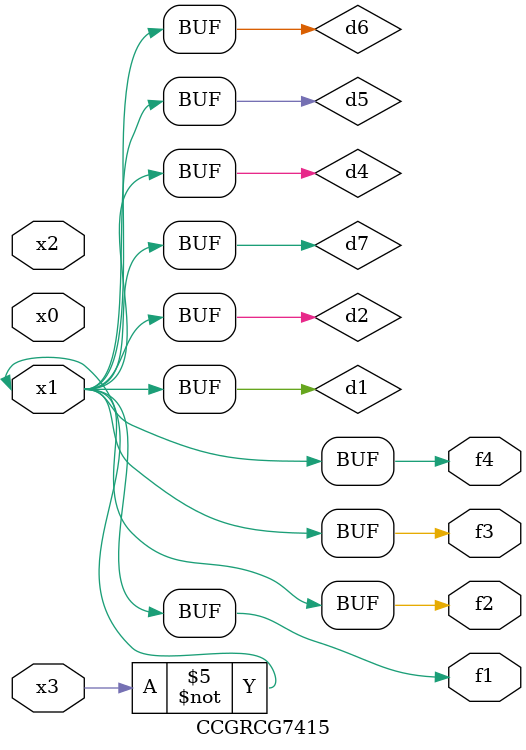
<source format=v>
module CCGRCG7415(
	input x0, x1, x2, x3,
	output f1, f2, f3, f4
);

	wire d1, d2, d3, d4, d5, d6, d7;

	not (d1, x3);
	buf (d2, x1);
	xnor (d3, d1, d2);
	nor (d4, d1);
	buf (d5, d1, d2);
	buf (d6, d4, d5);
	nand (d7, d4);
	assign f1 = d6;
	assign f2 = d7;
	assign f3 = d6;
	assign f4 = d6;
endmodule

</source>
